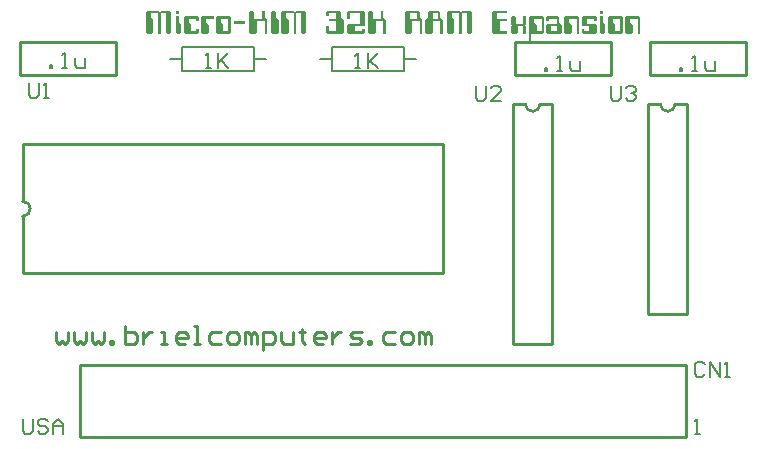
<source format=gto>
%FSLAX24Y24*%
%MOIN*%
G70*
G01*
G75*
G04 Layer_Color=65535*
%ADD10C,0.0080*%
%ADD11O,0.1000X0.0500*%
%ADD12R,0.1000X0.0500*%
%ADD13C,0.0551*%
%ADD14C,0.0650*%
%ADD15R,0.0500X0.1000*%
%ADD16O,0.0500X0.1000*%
%ADD17R,0.0650X0.0650*%
%ADD18C,0.0320*%
%ADD19C,0.0100*%
%ADD20C,0.0079*%
G36*
X31122Y44553D02*
Y44383D01*
X31205Y44298D01*
Y43879D01*
X31162Y43836D01*
X30656D01*
X30614Y43879D01*
Y44089D01*
X30698D01*
Y43921D01*
X30954D01*
Y44258D01*
X30698D01*
Y44343D01*
X30954D01*
Y44511D01*
X30698D01*
Y44428D01*
X30614D01*
Y44553D01*
X30656Y44596D01*
X31078D01*
X31122Y44553D01*
D02*
G37*
G36*
X31904D02*
Y44130D01*
X31861Y44089D01*
X31563D01*
Y43921D01*
X31821D01*
Y44006D01*
X31904D01*
Y43879D01*
X31861Y43836D01*
X31352D01*
X31310Y43879D01*
Y44130D01*
X31354Y44174D01*
X31736D01*
Y44511D01*
X31397D01*
Y44343D01*
X31310D01*
Y44553D01*
X31354Y44596D01*
X31859D01*
X31904Y44553D01*
D02*
G37*
G36*
X41091Y44385D02*
Y43836D01*
X41008D01*
Y44343D01*
X40754D01*
Y44214D01*
X40838Y44130D01*
Y43879D01*
X40795Y43836D01*
X40629D01*
X40586Y43879D01*
Y44385D01*
X40627Y44428D01*
X41048D01*
X41091Y44385D01*
D02*
G37*
G36*
X26872Y44343D02*
X26619D01*
Y44215D01*
X26704Y44132D01*
Y43879D01*
X26661Y43836D01*
X26494D01*
X26451Y43879D01*
Y44385D01*
X26493Y44428D01*
X26872D01*
Y44343D01*
D02*
G37*
G36*
X27437Y44385D02*
Y43879D01*
X27394Y43836D01*
X26973D01*
X26931Y43879D01*
Y44385D01*
X26973Y44428D01*
X27394D01*
X27437Y44385D01*
D02*
G37*
G36*
X28946Y44553D02*
Y44383D01*
X29030Y44298D01*
Y43879D01*
X28987Y43836D01*
X28819D01*
X28778Y43879D01*
Y44553D01*
X28819Y44596D01*
X28902D01*
X28946Y44553D01*
D02*
G37*
G36*
X40504Y44385D02*
Y43879D01*
X40461Y43836D01*
X40040D01*
X39998Y43879D01*
Y44385D01*
X40040Y44428D01*
X40461D01*
X40504Y44385D01*
D02*
G37*
G36*
X36654Y44511D02*
X36317D01*
Y44343D01*
X36654D01*
Y44258D01*
X36402D01*
Y43921D01*
X36654D01*
Y43836D01*
X36190D01*
X36149Y43879D01*
Y44553D01*
X36190Y44596D01*
X36654D01*
Y44511D01*
D02*
G37*
G36*
X34422Y44553D02*
Y44385D01*
X34507Y44300D01*
Y43836D01*
X34424D01*
Y44258D01*
X34168D01*
Y43879D01*
X34125Y43836D01*
X33957D01*
X33915Y43879D01*
Y44300D01*
X34000Y44385D01*
Y44553D01*
X34042Y44596D01*
X34379D01*
X34422Y44553D01*
D02*
G37*
G36*
X33734D02*
Y44383D01*
X33818Y44300D01*
Y43836D01*
X33734D01*
Y44258D01*
X33480D01*
Y43879D01*
X33437Y43836D01*
X33270D01*
X33227Y43879D01*
Y44553D01*
X33269Y44596D01*
X33691D01*
X33734Y44553D01*
D02*
G37*
G36*
X39840Y44217D02*
X39923Y44132D01*
Y43881D01*
X39882Y43836D01*
X39798D01*
X39757Y43881D01*
Y44430D01*
X39840D01*
Y44217D01*
D02*
G37*
G36*
X39048Y44385D02*
Y43836D01*
X38965D01*
Y44343D01*
X38710D01*
Y44214D01*
X38795Y44130D01*
Y43879D01*
X38752Y43836D01*
X38586D01*
X38542Y43879D01*
Y44385D01*
X38584Y44428D01*
X39005D01*
X39048Y44385D01*
D02*
G37*
G36*
X38379D02*
Y44214D01*
X38462Y44130D01*
Y43879D01*
X38419Y43836D01*
X37998D01*
X37957Y43879D01*
Y44130D01*
X38000Y44174D01*
X38296D01*
Y44343D01*
X38040D01*
Y44260D01*
X37957D01*
Y44385D01*
X37998Y44428D01*
X38336D01*
X38379Y44385D01*
D02*
G37*
G36*
X39856Y44569D02*
Y44511D01*
X39840Y44497D01*
X39755D01*
X39741Y44511D01*
Y44569D01*
X39757Y44585D01*
X39840D01*
X39856Y44569D01*
D02*
G37*
G36*
X25712D02*
Y44511D01*
X25696Y44497D01*
X25611D01*
X25597Y44511D01*
Y44569D01*
X25613Y44585D01*
X25696D01*
X25712Y44569D01*
D02*
G37*
G36*
X37878Y44385D02*
Y43881D01*
X37834Y43836D01*
X37456D01*
Y43583D01*
X37370D01*
Y44385D01*
X37411Y44428D01*
X37835D01*
X37878Y44385D01*
D02*
G37*
G36*
X35474Y44553D02*
Y43879D01*
X35430Y43836D01*
X35347D01*
X35306Y43879D01*
Y44511D01*
X35138D01*
Y43836D01*
X35054D01*
Y44511D01*
X34800D01*
Y44382D01*
X34883Y44300D01*
Y43879D01*
X34840Y43836D01*
X34674D01*
X34630Y43879D01*
Y44553D01*
X34674Y44596D01*
X35053D01*
X35096Y44553D01*
X35139Y44596D01*
X35430D01*
X35474Y44553D01*
D02*
G37*
G36*
X29958D02*
Y43879D01*
X29915Y43836D01*
X29832D01*
X29790Y43879D01*
Y44511D01*
X29622D01*
Y43836D01*
X29539D01*
Y44511D01*
X29285D01*
Y44382D01*
X29368Y44300D01*
Y43879D01*
X29325Y43836D01*
X29158D01*
X29115Y43879D01*
Y44553D01*
X29158Y44596D01*
X29538D01*
X29581Y44553D01*
X29624Y44596D01*
X29915D01*
X29958Y44553D01*
D02*
G37*
G36*
X25443D02*
Y43879D01*
X25400Y43836D01*
X25317D01*
X25275Y43879D01*
Y44511D01*
X25107D01*
Y43836D01*
X25024D01*
Y44511D01*
X24770D01*
Y44382D01*
X24853Y44300D01*
Y43879D01*
X24810Y43836D01*
X24643D01*
X24600Y43879D01*
Y44553D01*
X24643Y44596D01*
X25022D01*
X25066Y44553D01*
X25109Y44596D01*
X25400D01*
X25443Y44553D01*
D02*
G37*
G36*
X25696Y44217D02*
X25779Y44132D01*
Y43881D01*
X25738Y43836D01*
X25654D01*
X25613Y43881D01*
Y44430D01*
X25696D01*
Y44217D01*
D02*
G37*
G36*
X26370Y44385D02*
Y44260D01*
X26286D01*
Y44343D01*
X26032D01*
Y44215D01*
X26117Y44132D01*
Y43921D01*
X26286D01*
Y44006D01*
X26370D01*
Y43879D01*
X26326Y43836D01*
X25906D01*
X25864Y43879D01*
Y44385D01*
X25906Y44428D01*
X26326D01*
X26370Y44385D01*
D02*
G37*
G36*
X37269Y44172D02*
X37226Y44130D01*
X37269Y44089D01*
Y43836D01*
X37186D01*
Y44089D01*
X37014D01*
Y43879D01*
X36971Y43836D01*
X36803D01*
X36762Y43879D01*
Y44087D01*
X36802Y44130D01*
X36762Y44172D01*
Y44383D01*
X36805Y44428D01*
X36886D01*
X36930Y44383D01*
Y44174D01*
X37186D01*
Y44428D01*
X37269D01*
Y44172D01*
D02*
G37*
G36*
X27925D02*
X27544D01*
Y44257D01*
X27925D01*
Y44172D01*
D02*
G37*
G36*
X32517Y44383D02*
X32600Y44298D01*
Y43836D01*
X32517D01*
Y44258D01*
X32262D01*
Y43879D01*
X32219Y43836D01*
X32051D01*
X32010Y43879D01*
Y44553D01*
X32051Y44596D01*
X32134D01*
X32178Y44553D01*
Y44343D01*
X32434D01*
Y44596D01*
X32517D01*
Y44383D01*
D02*
G37*
G36*
X28563D02*
X28646Y44298D01*
Y43836D01*
X28563D01*
Y44258D01*
X28309D01*
Y43879D01*
X28266Y43836D01*
X28098D01*
X28056Y43879D01*
Y44553D01*
X28098Y44596D01*
X28181D01*
X28224Y44553D01*
Y44343D01*
X28480D01*
Y44596D01*
X28563D01*
Y44383D01*
D02*
G37*
G36*
X39642Y44385D02*
Y44260D01*
X39558D01*
Y44343D01*
X39304D01*
Y44174D01*
X39598D01*
X39642Y44130D01*
Y43879D01*
X39598Y43836D01*
X39176D01*
X39134Y43879D01*
Y44006D01*
X39218D01*
Y43921D01*
X39386D01*
Y44089D01*
X39176D01*
X39134Y44132D01*
Y44385D01*
X39176Y44428D01*
X39598D01*
X39642Y44385D01*
D02*
G37*
%LPC*%
G36*
X40421Y44343D02*
X40168D01*
Y44214D01*
X40251Y44132D01*
Y43921D01*
X40421D01*
Y44343D01*
D02*
G37*
G36*
X33651Y44511D02*
X33397D01*
Y44343D01*
X33651D01*
Y44511D01*
D02*
G37*
G36*
X34339D02*
X34168D01*
Y44343D01*
X34339D01*
Y44511D01*
D02*
G37*
G36*
X27354Y44343D02*
X27101D01*
Y44214D01*
X27184Y44132D01*
Y43921D01*
X27354D01*
Y44343D01*
D02*
G37*
G36*
X37794D02*
X37541D01*
Y44215D01*
X37626Y44130D01*
Y43921D01*
X37794D01*
Y44343D01*
D02*
G37*
G36*
X38296Y44089D02*
X38125D01*
Y43921D01*
X38296D01*
Y44089D01*
D02*
G37*
%LPD*%
D10*
X21400Y42700D02*
Y42783D01*
X21483D01*
Y42700D01*
X21400D01*
X21817D02*
X21983D01*
X21900D01*
Y43200D01*
X21817Y43117D01*
X22233Y43033D02*
Y42783D01*
X22316Y42700D01*
X22566D01*
Y43033D01*
X37900Y42600D02*
Y42683D01*
X37983D01*
Y42600D01*
X37900D01*
X38317D02*
X38483D01*
X38400D01*
Y43100D01*
X38317Y43017D01*
X38733Y42933D02*
Y42683D01*
X38816Y42600D01*
X39066D01*
Y42933D01*
X42400Y42600D02*
Y42683D01*
X42483D01*
Y42600D01*
X42400D01*
X42817D02*
X42983D01*
X42900D01*
Y43100D01*
X42817Y43017D01*
X43233Y42933D02*
Y42683D01*
X43316Y42600D01*
X43566D01*
Y42933D01*
X43233Y32817D02*
X43150Y32900D01*
X42983D01*
X42900Y32817D01*
Y32483D01*
X42983Y32400D01*
X43150D01*
X43233Y32483D01*
X43400Y32400D02*
Y32900D01*
X43733Y32400D01*
Y32900D01*
X43900Y32400D02*
X44066D01*
X43983D01*
Y32900D01*
X43900Y32817D01*
X31590Y42680D02*
X31757D01*
X31673D01*
Y43180D01*
X31590Y43097D01*
X32007Y43180D02*
Y42680D01*
Y42847D01*
X32340Y43180D01*
X32090Y42930D01*
X32340Y42680D01*
X26600Y42700D02*
X26767D01*
X26683D01*
Y43200D01*
X26600Y43117D01*
X27017Y43200D02*
Y42700D01*
Y42867D01*
X27350Y43200D01*
X27100Y42950D01*
X27350Y42700D01*
X20700Y42200D02*
Y41783D01*
X20783Y41700D01*
X20950D01*
X21033Y41783D01*
Y42200D01*
X21200Y41700D02*
X21366D01*
X21283D01*
Y42200D01*
X21200Y42117D01*
X35600Y42100D02*
Y41683D01*
X35683Y41600D01*
X35850D01*
X35933Y41683D01*
Y42100D01*
X36433Y41600D02*
X36100D01*
X36433Y41933D01*
Y42017D01*
X36350Y42100D01*
X36183D01*
X36100Y42017D01*
X40100Y42100D02*
Y41683D01*
X40183Y41600D01*
X40350D01*
X40433Y41683D01*
Y42100D01*
X40600Y42017D02*
X40683Y42100D01*
X40850D01*
X40933Y42017D01*
Y41933D01*
X40850Y41850D01*
X40766D01*
X40850D01*
X40933Y41767D01*
Y41683D01*
X40850Y41600D01*
X40683D01*
X40600Y41683D01*
X20500Y31000D02*
Y30583D01*
X20583Y30500D01*
X20750D01*
X20833Y30583D01*
Y31000D01*
X21333Y30917D02*
X21250Y31000D01*
X21083D01*
X21000Y30917D01*
Y30833D01*
X21083Y30750D01*
X21250D01*
X21333Y30667D01*
Y30583D01*
X21250Y30500D01*
X21083D01*
X21000Y30583D01*
X21500Y30500D02*
Y30833D01*
X21666Y31000D01*
X21833Y30833D01*
Y30500D01*
Y30750D01*
X21500D01*
X42900Y30500D02*
X43067D01*
X42983D01*
Y31000D01*
X42900Y30917D01*
D19*
X41750Y41500D02*
G03*
X42250Y41500I250J0D01*
G01*
X37250D02*
G03*
X37750Y41500I250J0D01*
G01*
X20500Y37750D02*
G03*
X20500Y38250I0J250D01*
G01*
X41350Y34500D02*
Y41500D01*
Y34500D02*
X42650D01*
Y41500D01*
X42250D02*
X42650D01*
X41350D02*
X41750D01*
X36850D02*
X37250D01*
X37750D02*
X38150D01*
Y33500D02*
Y41500D01*
X36850Y33500D02*
X38150D01*
X36850D02*
Y41500D01*
X20400Y43550D02*
X23000D01*
X20400Y42450D02*
X23000D01*
X20400Y43550D02*
X20600D01*
X20400Y42450D02*
Y43550D01*
X23000D02*
X23600D01*
Y42450D02*
Y43550D01*
X23000Y42450D02*
X23600D01*
X36900Y43550D02*
X39500D01*
X36900Y42450D02*
X39500D01*
X36900Y43550D02*
X37100D01*
X36900Y42450D02*
Y43550D01*
X39500D02*
X40100D01*
Y42450D02*
Y43550D01*
X39500Y42450D02*
X40100D01*
X41400Y43550D02*
X44000D01*
X41400Y42450D02*
X44000D01*
X41400Y43550D02*
X41600D01*
X41400Y42450D02*
Y43550D01*
X44000D02*
X44600D01*
Y42450D02*
Y43550D01*
X44000Y42450D02*
X44600D01*
X20500Y35850D02*
Y37750D01*
Y38250D02*
Y40150D01*
X34500D01*
Y35850D02*
Y40150D01*
X20500Y35850D02*
X34500D01*
X22400Y30400D02*
Y32800D01*
Y30400D02*
X42600D01*
X22400Y32800D02*
X42600D01*
Y30400D02*
Y32800D01*
X21600Y33900D02*
Y33600D01*
X21700Y33500D01*
X21800Y33600D01*
X21900Y33500D01*
X22000Y33600D01*
Y33900D01*
X22200D02*
Y33600D01*
X22300Y33500D01*
X22400Y33600D01*
X22500Y33500D01*
X22600Y33600D01*
Y33900D01*
X22800D02*
Y33600D01*
X22900Y33500D01*
X23000Y33600D01*
X23100Y33500D01*
X23199Y33600D01*
Y33900D01*
X23399Y33500D02*
Y33600D01*
X23499D01*
Y33500D01*
X23399D01*
X23899Y34100D02*
Y33500D01*
X24199D01*
X24299Y33600D01*
Y33700D01*
Y33800D01*
X24199Y33900D01*
X23899D01*
X24499D02*
Y33500D01*
Y33700D01*
X24599Y33800D01*
X24699Y33900D01*
X24799D01*
X25099Y33500D02*
X25299D01*
X25199D01*
Y33900D01*
X25099D01*
X25899Y33500D02*
X25699D01*
X25599Y33600D01*
Y33800D01*
X25699Y33900D01*
X25899D01*
X25999Y33800D01*
Y33700D01*
X25599D01*
X26199Y33500D02*
X26398D01*
X26298D01*
Y34100D01*
X26199D01*
X27098Y33900D02*
X26798D01*
X26698Y33800D01*
Y33600D01*
X26798Y33500D01*
X27098D01*
X27398D02*
X27598D01*
X27698Y33600D01*
Y33800D01*
X27598Y33900D01*
X27398D01*
X27298Y33800D01*
Y33600D01*
X27398Y33500D01*
X27898D02*
Y33900D01*
X27998D01*
X28098Y33800D01*
Y33500D01*
Y33800D01*
X28198Y33900D01*
X28298Y33800D01*
Y33500D01*
X28498Y33300D02*
Y33900D01*
X28798D01*
X28898Y33800D01*
Y33600D01*
X28798Y33500D01*
X28498D01*
X29098Y33900D02*
Y33600D01*
X29198Y33500D01*
X29497D01*
Y33900D01*
X29797Y34000D02*
Y33900D01*
X29697D01*
X29897D01*
X29797D01*
Y33600D01*
X29897Y33500D01*
X30497D02*
X30297D01*
X30197Y33600D01*
Y33800D01*
X30297Y33900D01*
X30497D01*
X30597Y33800D01*
Y33700D01*
X30197D01*
X30797Y33900D02*
Y33500D01*
Y33700D01*
X30897Y33800D01*
X30997Y33900D01*
X31097D01*
X31397Y33500D02*
X31697D01*
X31797Y33600D01*
X31697Y33700D01*
X31497D01*
X31397Y33800D01*
X31497Y33900D01*
X31797D01*
X31997Y33500D02*
Y33600D01*
X32097D01*
Y33500D01*
X31997D01*
X32896Y33900D02*
X32596D01*
X32496Y33800D01*
Y33600D01*
X32596Y33500D01*
X32896D01*
X33196D02*
X33396D01*
X33496Y33600D01*
Y33800D01*
X33396Y33900D01*
X33196D01*
X33096Y33800D01*
Y33600D01*
X33196Y33500D01*
X33696D02*
Y33900D01*
X33796D01*
X33896Y33800D01*
Y33500D01*
Y33800D01*
X33996Y33900D01*
X34096Y33800D01*
Y33500D01*
D20*
X28200Y42600D02*
Y43400D01*
X25800Y42600D02*
X28200D01*
X25800D02*
Y43400D01*
X28200D01*
Y43000D02*
X28600D01*
X25400D02*
X25800D01*
X30400D02*
X30800D01*
X33200D02*
X33600D01*
X30800Y43400D02*
X33200D01*
X30800Y42600D02*
Y43400D01*
Y42600D02*
X33200D01*
Y43400D01*
M02*

</source>
